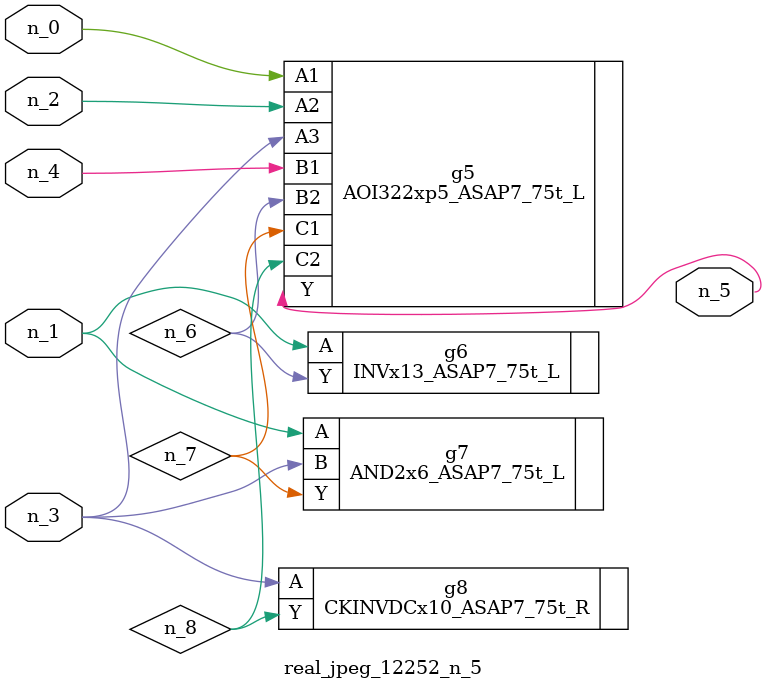
<source format=v>
module real_jpeg_12252_n_5 (n_4, n_0, n_1, n_2, n_3, n_5);

input n_4;
input n_0;
input n_1;
input n_2;
input n_3;

output n_5;

wire n_8;
wire n_6;
wire n_7;

AOI322xp5_ASAP7_75t_L g5 ( 
.A1(n_0),
.A2(n_2),
.A3(n_3),
.B1(n_4),
.B2(n_6),
.C1(n_7),
.C2(n_8),
.Y(n_5)
);

INVx13_ASAP7_75t_L g6 ( 
.A(n_1),
.Y(n_6)
);

AND2x6_ASAP7_75t_L g7 ( 
.A(n_1),
.B(n_3),
.Y(n_7)
);

CKINVDCx10_ASAP7_75t_R g8 ( 
.A(n_3),
.Y(n_8)
);


endmodule
</source>
